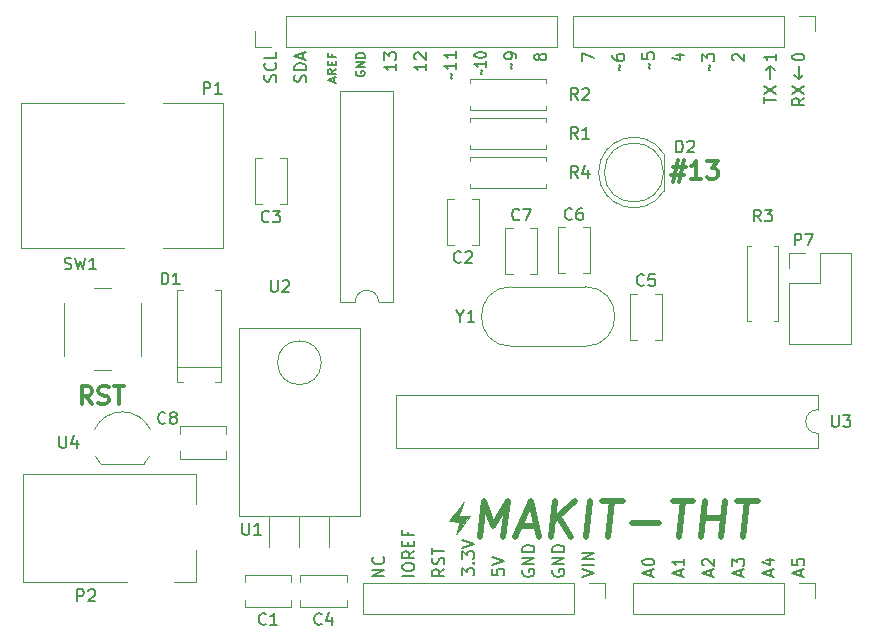
<source format=gto>
G04 #@! TF.FileFunction,Legend,Top*
%FSLAX46Y46*%
G04 Gerber Fmt 4.6, Leading zero omitted, Abs format (unit mm)*
G04 Created by KiCad (PCBNEW 4.0.5+dfsg1-4) date Mon Jul 16 10:11:37 2018*
%MOMM*%
%LPD*%
G01*
G04 APERTURE LIST*
%ADD10C,0.100000*%
%ADD11C,0.150000*%
%ADD12C,0.200000*%
%ADD13C,0.300000*%
%ADD14C,0.500000*%
%ADD15C,0.120000*%
%ADD16C,0.010000*%
G04 APERTURE END LIST*
D10*
D11*
X168219381Y-30829285D02*
X168219381Y-31400714D01*
X168219381Y-31115000D02*
X167219381Y-31115000D01*
X167362238Y-31210238D01*
X167457476Y-31305476D01*
X167505095Y-31400714D01*
X169632381Y-31162619D02*
X169632381Y-31067380D01*
X169680000Y-30972142D01*
X169727619Y-30924523D01*
X169822857Y-30876904D01*
X170013333Y-30829285D01*
X170251429Y-30829285D01*
X170441905Y-30876904D01*
X170537143Y-30924523D01*
X170584762Y-30972142D01*
X170632381Y-31067380D01*
X170632381Y-31162619D01*
X170584762Y-31257857D01*
X170537143Y-31305476D01*
X170441905Y-31353095D01*
X170251429Y-31400714D01*
X170013333Y-31400714D01*
X169822857Y-31353095D01*
X169727619Y-31305476D01*
X169680000Y-31257857D01*
X169632381Y-31162619D01*
D12*
X170180000Y-33020000D02*
X169798999Y-32639000D01*
X170180000Y-33020000D02*
X170561000Y-32639000D01*
X170180000Y-31877001D02*
X170180000Y-33020000D01*
X167767000Y-31877000D02*
X168148000Y-32258000D01*
X167767000Y-31877000D02*
X167386000Y-32258000D01*
X167767000Y-33020000D02*
X167767000Y-31877000D01*
D11*
X170632381Y-34583666D02*
X170156190Y-34917000D01*
X170632381Y-35155095D02*
X169632381Y-35155095D01*
X169632381Y-34774142D01*
X169680000Y-34678904D01*
X169727619Y-34631285D01*
X169822857Y-34583666D01*
X169965714Y-34583666D01*
X170060952Y-34631285D01*
X170108571Y-34678904D01*
X170156190Y-34774142D01*
X170156190Y-35155095D01*
X169632381Y-34250333D02*
X170632381Y-33583666D01*
X169632381Y-33583666D02*
X170632381Y-34250333D01*
X167219381Y-35051905D02*
X167219381Y-34480476D01*
X168219381Y-34766191D02*
X167219381Y-34766191D01*
X167219381Y-34242381D02*
X168219381Y-33575714D01*
X167219381Y-33575714D02*
X168219381Y-34242381D01*
X164647619Y-31400714D02*
X164600000Y-31353095D01*
X164552381Y-31257857D01*
X164552381Y-31019761D01*
X164600000Y-30924523D01*
X164647619Y-30876904D01*
X164742857Y-30829285D01*
X164838095Y-30829285D01*
X164980952Y-30876904D01*
X165552381Y-31448333D01*
X165552381Y-30829285D01*
X162631429Y-32234095D02*
X162583810Y-32186476D01*
X162536190Y-32091238D01*
X162631429Y-31900762D01*
X162583810Y-31805523D01*
X162536190Y-31757904D01*
X162012381Y-31472190D02*
X162012381Y-30853142D01*
X162393333Y-31186476D01*
X162393333Y-31043618D01*
X162440952Y-30948380D01*
X162488571Y-30900761D01*
X162583810Y-30853142D01*
X162821905Y-30853142D01*
X162917143Y-30900761D01*
X162964762Y-30948380D01*
X163012381Y-31043618D01*
X163012381Y-31329333D01*
X162964762Y-31424571D01*
X162917143Y-31472190D01*
X159805714Y-30924523D02*
X160472381Y-30924523D01*
X159424762Y-31162619D02*
X160139048Y-31400714D01*
X160139048Y-30781666D01*
X157551429Y-32107095D02*
X157503810Y-32059476D01*
X157456190Y-31964238D01*
X157551429Y-31773762D01*
X157503810Y-31678523D01*
X157456190Y-31630904D01*
X156932381Y-30773761D02*
X156932381Y-31249952D01*
X157408571Y-31297571D01*
X157360952Y-31249952D01*
X157313333Y-31154714D01*
X157313333Y-30916618D01*
X157360952Y-30821380D01*
X157408571Y-30773761D01*
X157503810Y-30726142D01*
X157741905Y-30726142D01*
X157837143Y-30773761D01*
X157884762Y-30821380D01*
X157932381Y-30916618D01*
X157932381Y-31154714D01*
X157884762Y-31249952D01*
X157837143Y-31297571D01*
X155011429Y-32234095D02*
X154963810Y-32186476D01*
X154916190Y-32091238D01*
X155011429Y-31900762D01*
X154963810Y-31805523D01*
X154916190Y-31757904D01*
X154392381Y-30948380D02*
X154392381Y-31138857D01*
X154440000Y-31234095D01*
X154487619Y-31281714D01*
X154630476Y-31376952D01*
X154820952Y-31424571D01*
X155201905Y-31424571D01*
X155297143Y-31376952D01*
X155344762Y-31329333D01*
X155392381Y-31234095D01*
X155392381Y-31043618D01*
X155344762Y-30948380D01*
X155297143Y-30900761D01*
X155201905Y-30853142D01*
X154963810Y-30853142D01*
X154868571Y-30900761D01*
X154820952Y-30948380D01*
X154773333Y-31043618D01*
X154773333Y-31234095D01*
X154820952Y-31329333D01*
X154868571Y-31376952D01*
X154963810Y-31424571D01*
X151852381Y-31448333D02*
X151852381Y-30781666D01*
X152852381Y-31210238D01*
X148216952Y-31210238D02*
X148169333Y-31305476D01*
X148121714Y-31353095D01*
X148026476Y-31400714D01*
X147978857Y-31400714D01*
X147883619Y-31353095D01*
X147836000Y-31305476D01*
X147788381Y-31210238D01*
X147788381Y-31019761D01*
X147836000Y-30924523D01*
X147883619Y-30876904D01*
X147978857Y-30829285D01*
X148026476Y-30829285D01*
X148121714Y-30876904D01*
X148169333Y-30924523D01*
X148216952Y-31019761D01*
X148216952Y-31210238D01*
X148264571Y-31305476D01*
X148312190Y-31353095D01*
X148407429Y-31400714D01*
X148597905Y-31400714D01*
X148693143Y-31353095D01*
X148740762Y-31305476D01*
X148788381Y-31210238D01*
X148788381Y-31019761D01*
X148740762Y-30924523D01*
X148693143Y-30876904D01*
X148597905Y-30829285D01*
X148407429Y-30829285D01*
X148312190Y-30876904D01*
X148264571Y-30924523D01*
X148216952Y-31019761D01*
X145867429Y-32107095D02*
X145819810Y-32059476D01*
X145772190Y-31964238D01*
X145867429Y-31773762D01*
X145819810Y-31678523D01*
X145772190Y-31630904D01*
X146248381Y-31202333D02*
X146248381Y-31011857D01*
X146200762Y-30916618D01*
X146153143Y-30868999D01*
X146010286Y-30773761D01*
X145819810Y-30726142D01*
X145438857Y-30726142D01*
X145343619Y-30773761D01*
X145296000Y-30821380D01*
X145248381Y-30916618D01*
X145248381Y-31107095D01*
X145296000Y-31202333D01*
X145343619Y-31249952D01*
X145438857Y-31297571D01*
X145676952Y-31297571D01*
X145772190Y-31249952D01*
X145819810Y-31202333D01*
X145867429Y-31107095D01*
X145867429Y-30916618D01*
X145819810Y-30821380D01*
X145772190Y-30773761D01*
X145676952Y-30726142D01*
X143327429Y-32594429D02*
X143279810Y-32556333D01*
X143232190Y-32480143D01*
X143327429Y-32327762D01*
X143279810Y-32251571D01*
X143232190Y-32213476D01*
X143708381Y-31489666D02*
X143708381Y-31946809D01*
X143708381Y-31718238D02*
X142708381Y-31718238D01*
X142851238Y-31794428D01*
X142946476Y-31870619D01*
X142994095Y-31946809D01*
X142708381Y-30994428D02*
X142708381Y-30918237D01*
X142756000Y-30842047D01*
X142803619Y-30803952D01*
X142898857Y-30765856D01*
X143089333Y-30727761D01*
X143327429Y-30727761D01*
X143517905Y-30765856D01*
X143613143Y-30803952D01*
X143660762Y-30842047D01*
X143708381Y-30918237D01*
X143708381Y-30994428D01*
X143660762Y-31070618D01*
X143613143Y-31108714D01*
X143517905Y-31146809D01*
X143327429Y-31184904D01*
X143089333Y-31184904D01*
X142898857Y-31146809D01*
X142803619Y-31108714D01*
X142756000Y-31070618D01*
X142708381Y-30994428D01*
X140787429Y-32964286D02*
X140739810Y-32916667D01*
X140692190Y-32821429D01*
X140787429Y-32630953D01*
X140739810Y-32535714D01*
X140692190Y-32488095D01*
X141168381Y-31583333D02*
X141168381Y-32154762D01*
X141168381Y-31869048D02*
X140168381Y-31869048D01*
X140311238Y-31964286D01*
X140406476Y-32059524D01*
X140454095Y-32154762D01*
X141168381Y-30630952D02*
X141168381Y-31202381D01*
X141168381Y-30916667D02*
X140168381Y-30916667D01*
X140311238Y-31011905D01*
X140406476Y-31107143D01*
X140454095Y-31202381D01*
X138628381Y-31686476D02*
X138628381Y-32257905D01*
X138628381Y-31972191D02*
X137628381Y-31972191D01*
X137771238Y-32067429D01*
X137866476Y-32162667D01*
X137914095Y-32257905D01*
X137723619Y-31305524D02*
X137676000Y-31257905D01*
X137628381Y-31162667D01*
X137628381Y-30924571D01*
X137676000Y-30829333D01*
X137723619Y-30781714D01*
X137818857Y-30734095D01*
X137914095Y-30734095D01*
X138056952Y-30781714D01*
X138628381Y-31353143D01*
X138628381Y-30734095D01*
X136088381Y-31686476D02*
X136088381Y-32257905D01*
X136088381Y-31972191D02*
X135088381Y-31972191D01*
X135231238Y-32067429D01*
X135326476Y-32162667D01*
X135374095Y-32257905D01*
X135088381Y-31353143D02*
X135088381Y-30734095D01*
X135469333Y-31067429D01*
X135469333Y-30924571D01*
X135516952Y-30829333D01*
X135564571Y-30781714D01*
X135659810Y-30734095D01*
X135897905Y-30734095D01*
X135993143Y-30781714D01*
X136040762Y-30829333D01*
X136088381Y-30924571D01*
X136088381Y-31210286D01*
X136040762Y-31305524D01*
X135993143Y-31353143D01*
X132721000Y-32321428D02*
X132685286Y-32392857D01*
X132685286Y-32500000D01*
X132721000Y-32607143D01*
X132792429Y-32678571D01*
X132863857Y-32714286D01*
X133006714Y-32750000D01*
X133113857Y-32750000D01*
X133256714Y-32714286D01*
X133328143Y-32678571D01*
X133399571Y-32607143D01*
X133435286Y-32500000D01*
X133435286Y-32428571D01*
X133399571Y-32321428D01*
X133363857Y-32285714D01*
X133113857Y-32285714D01*
X133113857Y-32428571D01*
X133435286Y-31964286D02*
X132685286Y-31964286D01*
X133435286Y-31535714D01*
X132685286Y-31535714D01*
X133435286Y-31178572D02*
X132685286Y-31178572D01*
X132685286Y-31000000D01*
X132721000Y-30892857D01*
X132792429Y-30821429D01*
X132863857Y-30785714D01*
X133006714Y-30750000D01*
X133113857Y-30750000D01*
X133256714Y-30785714D01*
X133328143Y-30821429D01*
X133399571Y-30892857D01*
X133435286Y-31000000D01*
X133435286Y-31178572D01*
X130808000Y-33250000D02*
X130808000Y-32892857D01*
X131022286Y-33321428D02*
X130272286Y-33071428D01*
X131022286Y-32821428D01*
X131022286Y-32142857D02*
X130665143Y-32392857D01*
X131022286Y-32571429D02*
X130272286Y-32571429D01*
X130272286Y-32285714D01*
X130308000Y-32214286D01*
X130343714Y-32178571D01*
X130415143Y-32142857D01*
X130522286Y-32142857D01*
X130593714Y-32178571D01*
X130629429Y-32214286D01*
X130665143Y-32285714D01*
X130665143Y-32571429D01*
X130629429Y-31821429D02*
X130629429Y-31571429D01*
X131022286Y-31464286D02*
X131022286Y-31821429D01*
X130272286Y-31821429D01*
X130272286Y-31464286D01*
X130629429Y-30892858D02*
X130629429Y-31142858D01*
X131022286Y-31142858D02*
X130272286Y-31142858D01*
X130272286Y-30785715D01*
X125880762Y-33194476D02*
X125928381Y-33051619D01*
X125928381Y-32813523D01*
X125880762Y-32718285D01*
X125833143Y-32670666D01*
X125737905Y-32623047D01*
X125642667Y-32623047D01*
X125547429Y-32670666D01*
X125499810Y-32718285D01*
X125452190Y-32813523D01*
X125404571Y-33004000D01*
X125356952Y-33099238D01*
X125309333Y-33146857D01*
X125214095Y-33194476D01*
X125118857Y-33194476D01*
X125023619Y-33146857D01*
X124976000Y-33099238D01*
X124928381Y-33004000D01*
X124928381Y-32765904D01*
X124976000Y-32623047D01*
X125833143Y-31623047D02*
X125880762Y-31670666D01*
X125928381Y-31813523D01*
X125928381Y-31908761D01*
X125880762Y-32051619D01*
X125785524Y-32146857D01*
X125690286Y-32194476D01*
X125499810Y-32242095D01*
X125356952Y-32242095D01*
X125166476Y-32194476D01*
X125071238Y-32146857D01*
X124976000Y-32051619D01*
X124928381Y-31908761D01*
X124928381Y-31813523D01*
X124976000Y-31670666D01*
X125023619Y-31623047D01*
X125928381Y-30718285D02*
X125928381Y-31194476D01*
X124928381Y-31194476D01*
X128420762Y-33218286D02*
X128468381Y-33075429D01*
X128468381Y-32837333D01*
X128420762Y-32742095D01*
X128373143Y-32694476D01*
X128277905Y-32646857D01*
X128182667Y-32646857D01*
X128087429Y-32694476D01*
X128039810Y-32742095D01*
X127992190Y-32837333D01*
X127944571Y-33027810D01*
X127896952Y-33123048D01*
X127849333Y-33170667D01*
X127754095Y-33218286D01*
X127658857Y-33218286D01*
X127563619Y-33170667D01*
X127516000Y-33123048D01*
X127468381Y-33027810D01*
X127468381Y-32789714D01*
X127516000Y-32646857D01*
X128468381Y-32218286D02*
X127468381Y-32218286D01*
X127468381Y-31980191D01*
X127516000Y-31837333D01*
X127611238Y-31742095D01*
X127706476Y-31694476D01*
X127896952Y-31646857D01*
X128039810Y-31646857D01*
X128230286Y-31694476D01*
X128325524Y-31742095D01*
X128420762Y-31837333D01*
X128468381Y-31980191D01*
X128468381Y-32218286D01*
X128182667Y-31265905D02*
X128182667Y-30789714D01*
X128468381Y-31361143D02*
X127468381Y-31027810D01*
X128468381Y-30694476D01*
X170346667Y-75009286D02*
X170346667Y-74533095D01*
X170632381Y-75104524D02*
X169632381Y-74771191D01*
X170632381Y-74437857D01*
X169632381Y-73628333D02*
X169632381Y-74104524D01*
X170108571Y-74152143D01*
X170060952Y-74104524D01*
X170013333Y-74009286D01*
X170013333Y-73771190D01*
X170060952Y-73675952D01*
X170108571Y-73628333D01*
X170203810Y-73580714D01*
X170441905Y-73580714D01*
X170537143Y-73628333D01*
X170584762Y-73675952D01*
X170632381Y-73771190D01*
X170632381Y-74009286D01*
X170584762Y-74104524D01*
X170537143Y-74152143D01*
X167806667Y-75009286D02*
X167806667Y-74533095D01*
X168092381Y-75104524D02*
X167092381Y-74771191D01*
X168092381Y-74437857D01*
X167425714Y-73675952D02*
X168092381Y-73675952D01*
X167044762Y-73914048D02*
X167759048Y-74152143D01*
X167759048Y-73533095D01*
X165266667Y-75009286D02*
X165266667Y-74533095D01*
X165552381Y-75104524D02*
X164552381Y-74771191D01*
X165552381Y-74437857D01*
X164552381Y-74199762D02*
X164552381Y-73580714D01*
X164933333Y-73914048D01*
X164933333Y-73771190D01*
X164980952Y-73675952D01*
X165028571Y-73628333D01*
X165123810Y-73580714D01*
X165361905Y-73580714D01*
X165457143Y-73628333D01*
X165504762Y-73675952D01*
X165552381Y-73771190D01*
X165552381Y-74056905D01*
X165504762Y-74152143D01*
X165457143Y-74199762D01*
X162726667Y-75009286D02*
X162726667Y-74533095D01*
X163012381Y-75104524D02*
X162012381Y-74771191D01*
X163012381Y-74437857D01*
X162107619Y-74152143D02*
X162060000Y-74104524D01*
X162012381Y-74009286D01*
X162012381Y-73771190D01*
X162060000Y-73675952D01*
X162107619Y-73628333D01*
X162202857Y-73580714D01*
X162298095Y-73580714D01*
X162440952Y-73628333D01*
X163012381Y-74199762D01*
X163012381Y-73580714D01*
X160186667Y-75009286D02*
X160186667Y-74533095D01*
X160472381Y-75104524D02*
X159472381Y-74771191D01*
X160472381Y-74437857D01*
X160472381Y-73580714D02*
X160472381Y-74152143D01*
X160472381Y-73866429D02*
X159472381Y-73866429D01*
X159615238Y-73961667D01*
X159710476Y-74056905D01*
X159758095Y-74152143D01*
X157646667Y-75009286D02*
X157646667Y-74533095D01*
X157932381Y-75104524D02*
X156932381Y-74771191D01*
X157932381Y-74437857D01*
X156932381Y-73914048D02*
X156932381Y-73818809D01*
X156980000Y-73723571D01*
X157027619Y-73675952D01*
X157122857Y-73628333D01*
X157313333Y-73580714D01*
X157551429Y-73580714D01*
X157741905Y-73628333D01*
X157837143Y-73675952D01*
X157884762Y-73723571D01*
X157932381Y-73818809D01*
X157932381Y-73914048D01*
X157884762Y-74009286D01*
X157837143Y-74056905D01*
X157741905Y-74104524D01*
X157551429Y-74152143D01*
X157313333Y-74152143D01*
X157122857Y-74104524D01*
X157027619Y-74056905D01*
X156980000Y-74009286D01*
X156932381Y-73914048D01*
X151852381Y-75136238D02*
X152852381Y-74802905D01*
X151852381Y-74469571D01*
X152852381Y-74136238D02*
X151852381Y-74136238D01*
X152852381Y-73660048D02*
X151852381Y-73660048D01*
X152852381Y-73088619D01*
X151852381Y-73088619D01*
X149360000Y-74548904D02*
X149312381Y-74644142D01*
X149312381Y-74786999D01*
X149360000Y-74929857D01*
X149455238Y-75025095D01*
X149550476Y-75072714D01*
X149740952Y-75120333D01*
X149883810Y-75120333D01*
X150074286Y-75072714D01*
X150169524Y-75025095D01*
X150264762Y-74929857D01*
X150312381Y-74786999D01*
X150312381Y-74691761D01*
X150264762Y-74548904D01*
X150217143Y-74501285D01*
X149883810Y-74501285D01*
X149883810Y-74691761D01*
X150312381Y-74072714D02*
X149312381Y-74072714D01*
X150312381Y-73501285D01*
X149312381Y-73501285D01*
X150312381Y-73025095D02*
X149312381Y-73025095D01*
X149312381Y-72787000D01*
X149360000Y-72644142D01*
X149455238Y-72548904D01*
X149550476Y-72501285D01*
X149740952Y-72453666D01*
X149883810Y-72453666D01*
X150074286Y-72501285D01*
X150169524Y-72548904D01*
X150264762Y-72644142D01*
X150312381Y-72787000D01*
X150312381Y-73025095D01*
X146820000Y-74548904D02*
X146772381Y-74644142D01*
X146772381Y-74786999D01*
X146820000Y-74929857D01*
X146915238Y-75025095D01*
X147010476Y-75072714D01*
X147200952Y-75120333D01*
X147343810Y-75120333D01*
X147534286Y-75072714D01*
X147629524Y-75025095D01*
X147724762Y-74929857D01*
X147772381Y-74786999D01*
X147772381Y-74691761D01*
X147724762Y-74548904D01*
X147677143Y-74501285D01*
X147343810Y-74501285D01*
X147343810Y-74691761D01*
X147772381Y-74072714D02*
X146772381Y-74072714D01*
X147772381Y-73501285D01*
X146772381Y-73501285D01*
X147772381Y-73025095D02*
X146772381Y-73025095D01*
X146772381Y-72787000D01*
X146820000Y-72644142D01*
X146915238Y-72548904D01*
X147010476Y-72501285D01*
X147200952Y-72453666D01*
X147343810Y-72453666D01*
X147534286Y-72501285D01*
X147629524Y-72548904D01*
X147724762Y-72644142D01*
X147772381Y-72787000D01*
X147772381Y-73025095D01*
X144232381Y-74485476D02*
X144232381Y-74961667D01*
X144708571Y-75009286D01*
X144660952Y-74961667D01*
X144613333Y-74866429D01*
X144613333Y-74628333D01*
X144660952Y-74533095D01*
X144708571Y-74485476D01*
X144803810Y-74437857D01*
X145041905Y-74437857D01*
X145137143Y-74485476D01*
X145184762Y-74533095D01*
X145232381Y-74628333D01*
X145232381Y-74866429D01*
X145184762Y-74961667D01*
X145137143Y-75009286D01*
X144232381Y-74152143D02*
X145232381Y-73818810D01*
X144232381Y-73485476D01*
X141692381Y-75009190D02*
X141692381Y-74390142D01*
X142073333Y-74723476D01*
X142073333Y-74580618D01*
X142120952Y-74485380D01*
X142168571Y-74437761D01*
X142263810Y-74390142D01*
X142501905Y-74390142D01*
X142597143Y-74437761D01*
X142644762Y-74485380D01*
X142692381Y-74580618D01*
X142692381Y-74866333D01*
X142644762Y-74961571D01*
X142597143Y-75009190D01*
X142597143Y-73961571D02*
X142644762Y-73913952D01*
X142692381Y-73961571D01*
X142644762Y-74009190D01*
X142597143Y-73961571D01*
X142692381Y-73961571D01*
X141692381Y-73580619D02*
X141692381Y-72961571D01*
X142073333Y-73294905D01*
X142073333Y-73152047D01*
X142120952Y-73056809D01*
X142168571Y-73009190D01*
X142263810Y-72961571D01*
X142501905Y-72961571D01*
X142597143Y-73009190D01*
X142644762Y-73056809D01*
X142692381Y-73152047D01*
X142692381Y-73437762D01*
X142644762Y-73533000D01*
X142597143Y-73580619D01*
X141692381Y-72675857D02*
X142692381Y-72342524D01*
X141692381Y-72009190D01*
X140152381Y-74461619D02*
X139676190Y-74794953D01*
X140152381Y-75033048D02*
X139152381Y-75033048D01*
X139152381Y-74652095D01*
X139200000Y-74556857D01*
X139247619Y-74509238D01*
X139342857Y-74461619D01*
X139485714Y-74461619D01*
X139580952Y-74509238D01*
X139628571Y-74556857D01*
X139676190Y-74652095D01*
X139676190Y-75033048D01*
X140104762Y-74080667D02*
X140152381Y-73937810D01*
X140152381Y-73699714D01*
X140104762Y-73604476D01*
X140057143Y-73556857D01*
X139961905Y-73509238D01*
X139866667Y-73509238D01*
X139771429Y-73556857D01*
X139723810Y-73604476D01*
X139676190Y-73699714D01*
X139628571Y-73890191D01*
X139580952Y-73985429D01*
X139533333Y-74033048D01*
X139438095Y-74080667D01*
X139342857Y-74080667D01*
X139247619Y-74033048D01*
X139200000Y-73985429D01*
X139152381Y-73890191D01*
X139152381Y-73652095D01*
X139200000Y-73509238D01*
X139152381Y-73223524D02*
X139152381Y-72652095D01*
X140152381Y-72937810D02*
X139152381Y-72937810D01*
X137612381Y-75056762D02*
X136612381Y-75056762D01*
X136612381Y-74390096D02*
X136612381Y-74199619D01*
X136660000Y-74104381D01*
X136755238Y-74009143D01*
X136945714Y-73961524D01*
X137279048Y-73961524D01*
X137469524Y-74009143D01*
X137564762Y-74104381D01*
X137612381Y-74199619D01*
X137612381Y-74390096D01*
X137564762Y-74485334D01*
X137469524Y-74580572D01*
X137279048Y-74628191D01*
X136945714Y-74628191D01*
X136755238Y-74580572D01*
X136660000Y-74485334D01*
X136612381Y-74390096D01*
X137612381Y-72961524D02*
X137136190Y-73294858D01*
X137612381Y-73532953D02*
X136612381Y-73532953D01*
X136612381Y-73152000D01*
X136660000Y-73056762D01*
X136707619Y-73009143D01*
X136802857Y-72961524D01*
X136945714Y-72961524D01*
X137040952Y-73009143D01*
X137088571Y-73056762D01*
X137136190Y-73152000D01*
X137136190Y-73532953D01*
X137088571Y-72532953D02*
X137088571Y-72199619D01*
X137612381Y-72056762D02*
X137612381Y-72532953D01*
X136612381Y-72532953D01*
X136612381Y-72056762D01*
X137088571Y-71294857D02*
X137088571Y-71628191D01*
X137612381Y-71628191D02*
X136612381Y-71628191D01*
X136612381Y-71152000D01*
X135072381Y-75080714D02*
X134072381Y-75080714D01*
X135072381Y-74509285D01*
X134072381Y-74509285D01*
X134977143Y-73461666D02*
X135024762Y-73509285D01*
X135072381Y-73652142D01*
X135072381Y-73747380D01*
X135024762Y-73890238D01*
X134929524Y-73985476D01*
X134834286Y-74033095D01*
X134643810Y-74080714D01*
X134500952Y-74080714D01*
X134310476Y-74033095D01*
X134215238Y-73985476D01*
X134120000Y-73890238D01*
X134072381Y-73747380D01*
X134072381Y-73652142D01*
X134120000Y-73509285D01*
X134167619Y-73461666D01*
D13*
X110303572Y-60495571D02*
X109803572Y-59781286D01*
X109446429Y-60495571D02*
X109446429Y-58995571D01*
X110017857Y-58995571D01*
X110160715Y-59067000D01*
X110232143Y-59138429D01*
X110303572Y-59281286D01*
X110303572Y-59495571D01*
X110232143Y-59638429D01*
X110160715Y-59709857D01*
X110017857Y-59781286D01*
X109446429Y-59781286D01*
X110875000Y-60424143D02*
X111089286Y-60495571D01*
X111446429Y-60495571D01*
X111589286Y-60424143D01*
X111660715Y-60352714D01*
X111732143Y-60209857D01*
X111732143Y-60067000D01*
X111660715Y-59924143D01*
X111589286Y-59852714D01*
X111446429Y-59781286D01*
X111160715Y-59709857D01*
X111017857Y-59638429D01*
X110946429Y-59567000D01*
X110875000Y-59424143D01*
X110875000Y-59281286D01*
X110946429Y-59138429D01*
X111017857Y-59067000D01*
X111160715Y-58995571D01*
X111517857Y-58995571D01*
X111732143Y-59067000D01*
X112160714Y-58995571D02*
X113017857Y-58995571D01*
X112589286Y-60495571D02*
X112589286Y-58995571D01*
D14*
X143159215Y-71715143D02*
X143534215Y-68715143D01*
X144266358Y-70858000D01*
X145534215Y-68715143D01*
X145159215Y-71715143D01*
X146552072Y-70858000D02*
X147980643Y-70858000D01*
X146159214Y-71715143D02*
X147534214Y-68715143D01*
X148159214Y-71715143D01*
X149159215Y-71715143D02*
X149534215Y-68715143D01*
X150873500Y-71715143D02*
X149802072Y-70000857D01*
X151248500Y-68715143D02*
X149319929Y-70429429D01*
X152159215Y-71715143D02*
X152534215Y-68715143D01*
X153534214Y-68715143D02*
X155248500Y-68715143D01*
X154016357Y-71715143D02*
X154391357Y-68715143D01*
X156016357Y-70572286D02*
X158302071Y-70572286D01*
X159534214Y-68715143D02*
X161248500Y-68715143D01*
X160016357Y-71715143D02*
X160391357Y-68715143D01*
X161873500Y-71715143D02*
X162248500Y-68715143D01*
X162069929Y-70143714D02*
X163784214Y-70143714D01*
X163587785Y-71715143D02*
X163962785Y-68715143D01*
X164962785Y-68715143D02*
X166677071Y-68715143D01*
X165444928Y-71715143D02*
X165819928Y-68715143D01*
D13*
X159524143Y-40445571D02*
X160595572Y-40445571D01*
X159952715Y-39802714D02*
X159524143Y-41731286D01*
X160452715Y-41088429D02*
X159381286Y-41088429D01*
X160024143Y-41731286D02*
X160452715Y-39802714D01*
X161881286Y-41445571D02*
X161024143Y-41445571D01*
X161452715Y-41445571D02*
X161452715Y-39945571D01*
X161309858Y-40159857D01*
X161167000Y-40302714D01*
X161024143Y-40374143D01*
X162381286Y-39945571D02*
X163309857Y-39945571D01*
X162809857Y-40517000D01*
X163024143Y-40517000D01*
X163167000Y-40588429D01*
X163238429Y-40659857D01*
X163309857Y-40802714D01*
X163309857Y-41159857D01*
X163238429Y-41302714D01*
X163167000Y-41374143D01*
X163024143Y-41445571D01*
X162595571Y-41445571D01*
X162452714Y-41374143D01*
X162381286Y-41302714D01*
D15*
X171764000Y-62976000D02*
G75*
G02X171764000Y-60976000I0J1000000D01*
G01*
X171764000Y-60976000D02*
X171764000Y-59726000D01*
X171764000Y-59726000D02*
X136084000Y-59726000D01*
X136084000Y-59726000D02*
X136084000Y-64226000D01*
X136084000Y-64226000D02*
X171764000Y-64226000D01*
X171764000Y-64226000D02*
X171764000Y-62976000D01*
X155866000Y-55066000D02*
X155866000Y-51146000D01*
X158586000Y-55066000D02*
X158586000Y-51146000D01*
X155866000Y-55066000D02*
X156476000Y-55066000D01*
X157976000Y-55066000D02*
X158586000Y-55066000D01*
X155866000Y-51146000D02*
X156476000Y-51146000D01*
X157976000Y-51146000D02*
X158586000Y-51146000D01*
X127162000Y-77687000D02*
X123242000Y-77687000D01*
X127162000Y-74967000D02*
X123242000Y-74967000D01*
X127162000Y-77687000D02*
X127162000Y-77077000D01*
X127162000Y-75577000D02*
X127162000Y-74967000D01*
X123242000Y-77687000D02*
X123242000Y-77077000D01*
X123242000Y-75577000D02*
X123242000Y-74967000D01*
X140372000Y-47025000D02*
X140372000Y-43105000D01*
X143092000Y-47025000D02*
X143092000Y-43105000D01*
X140372000Y-47025000D02*
X140982000Y-47025000D01*
X142482000Y-47025000D02*
X143092000Y-47025000D01*
X140372000Y-43105000D02*
X140982000Y-43105000D01*
X142482000Y-43105000D02*
X143092000Y-43105000D01*
X124116000Y-43596000D02*
X124116000Y-39676000D01*
X126836000Y-43596000D02*
X126836000Y-39676000D01*
X124116000Y-43596000D02*
X124726000Y-43596000D01*
X126226000Y-43596000D02*
X126836000Y-43596000D01*
X124116000Y-39676000D02*
X124726000Y-39676000D01*
X126226000Y-39676000D02*
X126836000Y-39676000D01*
X127981000Y-74967000D02*
X131901000Y-74967000D01*
X127981000Y-77687000D02*
X131901000Y-77687000D01*
X127981000Y-74967000D02*
X127981000Y-75577000D01*
X127981000Y-77077000D02*
X127981000Y-77687000D01*
X131901000Y-74967000D02*
X131901000Y-75577000D01*
X131901000Y-77077000D02*
X131901000Y-77687000D01*
X152490000Y-45518000D02*
X152490000Y-49438000D01*
X149770000Y-45518000D02*
X149770000Y-49438000D01*
X152490000Y-45518000D02*
X151880000Y-45518000D01*
X150380000Y-45518000D02*
X149770000Y-45518000D01*
X152490000Y-49438000D02*
X151880000Y-49438000D01*
X150380000Y-49438000D02*
X149770000Y-49438000D01*
X148045000Y-45572000D02*
X148045000Y-49492000D01*
X145325000Y-45572000D02*
X145325000Y-49492000D01*
X148045000Y-45572000D02*
X147435000Y-45572000D01*
X145935000Y-45572000D02*
X145325000Y-45572000D01*
X148045000Y-49492000D02*
X147435000Y-49492000D01*
X145935000Y-49492000D02*
X145325000Y-49492000D01*
X112998000Y-35048000D02*
X104358000Y-35048000D01*
X121378000Y-35048000D02*
X116298000Y-35048000D01*
X112998000Y-47248000D02*
X104358000Y-47248000D01*
X121378000Y-47248000D02*
X116298000Y-47248000D01*
X104358000Y-47248000D02*
X104358000Y-35048000D01*
X121378000Y-35048000D02*
X121378000Y-47248000D01*
X113268000Y-75593000D02*
X104468000Y-75593000D01*
X104468000Y-75593000D02*
X104468000Y-66393000D01*
X119168000Y-72893000D02*
X119168000Y-75593000D01*
X119168000Y-75593000D02*
X117268000Y-75593000D01*
X104468000Y-66393000D02*
X119168000Y-66393000D01*
X119168000Y-66393000D02*
X119168000Y-68993000D01*
X156150000Y-75632000D02*
X156150000Y-78292000D01*
X168910000Y-75632000D02*
X156150000Y-75632000D01*
X168910000Y-78292000D02*
X156150000Y-78292000D01*
X168910000Y-75632000D02*
X168910000Y-78292000D01*
X170180000Y-75632000D02*
X171510000Y-75632000D01*
X171510000Y-75632000D02*
X171510000Y-76962000D01*
X151070000Y-27626000D02*
X151070000Y-30286000D01*
X168910000Y-27626000D02*
X151070000Y-27626000D01*
X168910000Y-30286000D02*
X151070000Y-30286000D01*
X168910000Y-27626000D02*
X168910000Y-30286000D01*
X170180000Y-27626000D02*
X171510000Y-27626000D01*
X171510000Y-27626000D02*
X171510000Y-28956000D01*
X148752000Y-38572000D02*
X148752000Y-38902000D01*
X148752000Y-38902000D02*
X142332000Y-38902000D01*
X142332000Y-38902000D02*
X142332000Y-38572000D01*
X148752000Y-36612000D02*
X148752000Y-36282000D01*
X148752000Y-36282000D02*
X142332000Y-36282000D01*
X142332000Y-36282000D02*
X142332000Y-36612000D01*
X148752000Y-35270000D02*
X148752000Y-35600000D01*
X148752000Y-35600000D02*
X142332000Y-35600000D01*
X142332000Y-35600000D02*
X142332000Y-35270000D01*
X148752000Y-33310000D02*
X148752000Y-32980000D01*
X148752000Y-32980000D02*
X142332000Y-32980000D01*
X142332000Y-32980000D02*
X142332000Y-33310000D01*
X168112000Y-47082000D02*
X168442000Y-47082000D01*
X168442000Y-47082000D02*
X168442000Y-53502000D01*
X168442000Y-53502000D02*
X168112000Y-53502000D01*
X166152000Y-47082000D02*
X165822000Y-47082000D01*
X165822000Y-47082000D02*
X165822000Y-53502000D01*
X165822000Y-53502000D02*
X166152000Y-53502000D01*
X114466000Y-56404000D02*
X114466000Y-51904000D01*
X110466000Y-57654000D02*
X111966000Y-57654000D01*
X107966000Y-51904000D02*
X107966000Y-56404000D01*
X111966000Y-50654000D02*
X110466000Y-50654000D01*
X132604000Y-51876000D02*
G75*
G02X134604000Y-51876000I1000000J0D01*
G01*
X134604000Y-51876000D02*
X135854000Y-51876000D01*
X135854000Y-51876000D02*
X135854000Y-33976000D01*
X135854000Y-33976000D02*
X131354000Y-33976000D01*
X131354000Y-33976000D02*
X131354000Y-51876000D01*
X131354000Y-51876000D02*
X132604000Y-51876000D01*
X152069000Y-55611000D02*
X145819000Y-55611000D01*
X152069000Y-50561000D02*
X145819000Y-50561000D01*
X152069000Y-50561000D02*
G75*
G02X152069000Y-55611000I0J-2525000D01*
G01*
X145819000Y-50561000D02*
G75*
G03X145819000Y-55611000I0J-2525000D01*
G01*
X153220000Y-40893538D02*
G75*
G03X158770000Y-42438830I2990000J-462D01*
G01*
X153220000Y-40894462D02*
G75*
G02X158770000Y-39349170I2990000J462D01*
G01*
X158710000Y-40894000D02*
G75*
G03X158710000Y-40894000I-2500000J0D01*
G01*
X158770000Y-42439000D02*
X158770000Y-39349000D01*
X142332000Y-39914000D02*
X142332000Y-39584000D01*
X142332000Y-39584000D02*
X148752000Y-39584000D01*
X148752000Y-39584000D02*
X148752000Y-39914000D01*
X142332000Y-41874000D02*
X142332000Y-42204000D01*
X142332000Y-42204000D02*
X148752000Y-42204000D01*
X148752000Y-42204000D02*
X148752000Y-41874000D01*
X133290000Y-75632000D02*
X133290000Y-78292000D01*
X151130000Y-75632000D02*
X133290000Y-75632000D01*
X151130000Y-78292000D02*
X133290000Y-78292000D01*
X151130000Y-75632000D02*
X151130000Y-78292000D01*
X152400000Y-75632000D02*
X153730000Y-75632000D01*
X153730000Y-75632000D02*
X153730000Y-76962000D01*
D16*
G36*
X141792354Y-68814280D02*
X141782217Y-68842466D01*
X141765787Y-68885983D01*
X141740911Y-68952720D01*
X141709172Y-69038361D01*
X141672152Y-69138591D01*
X141631436Y-69249096D01*
X141588605Y-69365559D01*
X141545244Y-69483667D01*
X141502936Y-69599103D01*
X141463264Y-69707553D01*
X141427811Y-69804701D01*
X141398161Y-69886233D01*
X141375896Y-69947832D01*
X141362600Y-69985185D01*
X141359467Y-69994684D01*
X141375695Y-69996675D01*
X141421563Y-69998765D01*
X141492844Y-70000853D01*
X141585310Y-70002838D01*
X141694736Y-70004617D01*
X141816895Y-70006090D01*
X141846591Y-70006377D01*
X142333716Y-70010867D01*
X141772305Y-70753173D01*
X141666629Y-70892761D01*
X141566696Y-71024499D01*
X141474438Y-71145856D01*
X141391787Y-71254304D01*
X141320676Y-71347314D01*
X141263036Y-71422356D01*
X141220800Y-71476901D01*
X141195900Y-71508420D01*
X141190144Y-71515173D01*
X141176070Y-71523999D01*
X141178061Y-71505084D01*
X141179214Y-71501000D01*
X141189713Y-71463649D01*
X141206754Y-71401666D01*
X141229064Y-71319800D01*
X141255364Y-71222801D01*
X141284378Y-71115418D01*
X141314831Y-71002400D01*
X141345445Y-70888498D01*
X141374944Y-70778459D01*
X141402053Y-70677034D01*
X141425493Y-70588973D01*
X141443990Y-70519023D01*
X141456266Y-70471936D01*
X141461046Y-70452460D01*
X141461066Y-70452256D01*
X141444847Y-70449773D01*
X141399046Y-70447529D01*
X141327947Y-70445610D01*
X141235835Y-70444104D01*
X141126993Y-70443096D01*
X141005706Y-70442674D01*
X140986933Y-70442666D01*
X140864166Y-70442377D01*
X140753210Y-70441560D01*
X140658347Y-70440292D01*
X140583864Y-70438649D01*
X140534043Y-70436707D01*
X140513169Y-70434544D01*
X140512800Y-70434209D01*
X140522903Y-70419927D01*
X140551747Y-70381840D01*
X140597133Y-70322757D01*
X140656861Y-70245491D01*
X140728734Y-70152852D01*
X140810551Y-70047653D01*
X140900115Y-69932704D01*
X140995226Y-69810817D01*
X141093685Y-69684803D01*
X141193294Y-69557473D01*
X141291853Y-69431639D01*
X141387164Y-69310112D01*
X141477028Y-69195702D01*
X141559246Y-69091223D01*
X141631618Y-68999484D01*
X141691947Y-68923298D01*
X141738033Y-68865475D01*
X141767678Y-68828826D01*
X141777666Y-68817067D01*
X141792370Y-68803877D01*
X141792354Y-68814280D01*
X141792354Y-68814280D01*
G37*
X141792354Y-68814280D02*
X141782217Y-68842466D01*
X141765787Y-68885983D01*
X141740911Y-68952720D01*
X141709172Y-69038361D01*
X141672152Y-69138591D01*
X141631436Y-69249096D01*
X141588605Y-69365559D01*
X141545244Y-69483667D01*
X141502936Y-69599103D01*
X141463264Y-69707553D01*
X141427811Y-69804701D01*
X141398161Y-69886233D01*
X141375896Y-69947832D01*
X141362600Y-69985185D01*
X141359467Y-69994684D01*
X141375695Y-69996675D01*
X141421563Y-69998765D01*
X141492844Y-70000853D01*
X141585310Y-70002838D01*
X141694736Y-70004617D01*
X141816895Y-70006090D01*
X141846591Y-70006377D01*
X142333716Y-70010867D01*
X141772305Y-70753173D01*
X141666629Y-70892761D01*
X141566696Y-71024499D01*
X141474438Y-71145856D01*
X141391787Y-71254304D01*
X141320676Y-71347314D01*
X141263036Y-71422356D01*
X141220800Y-71476901D01*
X141195900Y-71508420D01*
X141190144Y-71515173D01*
X141176070Y-71523999D01*
X141178061Y-71505084D01*
X141179214Y-71501000D01*
X141189713Y-71463649D01*
X141206754Y-71401666D01*
X141229064Y-71319800D01*
X141255364Y-71222801D01*
X141284378Y-71115418D01*
X141314831Y-71002400D01*
X141345445Y-70888498D01*
X141374944Y-70778459D01*
X141402053Y-70677034D01*
X141425493Y-70588973D01*
X141443990Y-70519023D01*
X141456266Y-70471936D01*
X141461046Y-70452460D01*
X141461066Y-70452256D01*
X141444847Y-70449773D01*
X141399046Y-70447529D01*
X141327947Y-70445610D01*
X141235835Y-70444104D01*
X141126993Y-70443096D01*
X141005706Y-70442674D01*
X140986933Y-70442666D01*
X140864166Y-70442377D01*
X140753210Y-70441560D01*
X140658347Y-70440292D01*
X140583864Y-70438649D01*
X140534043Y-70436707D01*
X140513169Y-70434544D01*
X140512800Y-70434209D01*
X140522903Y-70419927D01*
X140551747Y-70381840D01*
X140597133Y-70322757D01*
X140656861Y-70245491D01*
X140728734Y-70152852D01*
X140810551Y-70047653D01*
X140900115Y-69932704D01*
X140995226Y-69810817D01*
X141093685Y-69684803D01*
X141193294Y-69557473D01*
X141291853Y-69431639D01*
X141387164Y-69310112D01*
X141477028Y-69195702D01*
X141559246Y-69091223D01*
X141631618Y-68999484D01*
X141691947Y-68923298D01*
X141738033Y-68865475D01*
X141767678Y-68828826D01*
X141777666Y-68817067D01*
X141792370Y-68803877D01*
X141792354Y-68814280D01*
D15*
X169358000Y-55432000D02*
X174558000Y-55432000D01*
X169358000Y-50292000D02*
X169358000Y-55432000D01*
X174558000Y-47692000D02*
X174558000Y-55432000D01*
X169358000Y-50292000D02*
X171958000Y-50292000D01*
X171958000Y-50292000D02*
X171958000Y-47692000D01*
X171958000Y-47692000D02*
X174558000Y-47692000D01*
X169358000Y-49022000D02*
X169358000Y-47692000D01*
X169358000Y-47692000D02*
X170688000Y-47692000D01*
X149666000Y-30286000D02*
X149666000Y-27626000D01*
X126746000Y-30286000D02*
X149666000Y-30286000D01*
X126746000Y-27626000D02*
X149666000Y-27626000D01*
X126746000Y-30286000D02*
X126746000Y-27626000D01*
X125476000Y-30286000D02*
X124146000Y-30286000D01*
X124146000Y-30286000D02*
X124146000Y-28956000D01*
X117781000Y-62394000D02*
X121701000Y-62394000D01*
X117781000Y-65114000D02*
X121701000Y-65114000D01*
X117781000Y-62394000D02*
X117781000Y-63004000D01*
X117781000Y-64504000D02*
X117781000Y-65114000D01*
X121701000Y-62394000D02*
X121701000Y-63004000D01*
X121701000Y-64504000D02*
X121701000Y-65114000D01*
X111103000Y-65604000D02*
X114703000Y-65604000D01*
X110578816Y-64876795D02*
G75*
G03X111103000Y-65604000I2324184J1122795D01*
G01*
X110546600Y-62655193D02*
G75*
G02X112903000Y-61154000I2356400J-1098807D01*
G01*
X115259400Y-62655193D02*
G75*
G03X112903000Y-61154000I-2356400J-1098807D01*
G01*
X115227184Y-64876795D02*
G75*
G02X114703000Y-65604000I-2324184J1122795D01*
G01*
X122769000Y-69970000D02*
X133009000Y-69970000D01*
X122769000Y-54080000D02*
X133009000Y-54080000D01*
X122769000Y-54080000D02*
X122769000Y-69970000D01*
X133009000Y-54080000D02*
X133009000Y-69970000D01*
X125349000Y-69970000D02*
X125349000Y-72610000D01*
X127889000Y-69970000D02*
X127889000Y-72594000D01*
X130429000Y-69970000D02*
X130429000Y-72594000D01*
D10*
X129739000Y-57000000D02*
G75*
G03X129739000Y-57000000I-1850000J0D01*
G01*
D15*
X118000000Y-58597000D02*
X117520000Y-58597000D01*
X117520000Y-58597000D02*
X117520000Y-50877000D01*
X117520000Y-50877000D02*
X118000000Y-50877000D01*
X120760000Y-58597000D02*
X121240000Y-58597000D01*
X121240000Y-58597000D02*
X121240000Y-50877000D01*
X121240000Y-50877000D02*
X120760000Y-50877000D01*
X117520000Y-57397000D02*
X121240000Y-57397000D01*
D11*
X172974095Y-61428381D02*
X172974095Y-62237905D01*
X173021714Y-62333143D01*
X173069333Y-62380762D01*
X173164571Y-62428381D01*
X173355048Y-62428381D01*
X173450286Y-62380762D01*
X173497905Y-62333143D01*
X173545524Y-62237905D01*
X173545524Y-61428381D01*
X173926476Y-61428381D02*
X174545524Y-61428381D01*
X174212190Y-61809333D01*
X174355048Y-61809333D01*
X174450286Y-61856952D01*
X174497905Y-61904571D01*
X174545524Y-61999810D01*
X174545524Y-62237905D01*
X174497905Y-62333143D01*
X174450286Y-62380762D01*
X174355048Y-62428381D01*
X174069333Y-62428381D01*
X173974095Y-62380762D01*
X173926476Y-62333143D01*
X157059334Y-50395143D02*
X157011715Y-50442762D01*
X156868858Y-50490381D01*
X156773620Y-50490381D01*
X156630762Y-50442762D01*
X156535524Y-50347524D01*
X156487905Y-50252286D01*
X156440286Y-50061810D01*
X156440286Y-49918952D01*
X156487905Y-49728476D01*
X156535524Y-49633238D01*
X156630762Y-49538000D01*
X156773620Y-49490381D01*
X156868858Y-49490381D01*
X157011715Y-49538000D01*
X157059334Y-49585619D01*
X157964096Y-49490381D02*
X157487905Y-49490381D01*
X157440286Y-49966571D01*
X157487905Y-49918952D01*
X157583143Y-49871333D01*
X157821239Y-49871333D01*
X157916477Y-49918952D01*
X157964096Y-49966571D01*
X158011715Y-50061810D01*
X158011715Y-50299905D01*
X157964096Y-50395143D01*
X157916477Y-50442762D01*
X157821239Y-50490381D01*
X157583143Y-50490381D01*
X157487905Y-50442762D01*
X157440286Y-50395143D01*
X125055334Y-79097143D02*
X125007715Y-79144762D01*
X124864858Y-79192381D01*
X124769620Y-79192381D01*
X124626762Y-79144762D01*
X124531524Y-79049524D01*
X124483905Y-78954286D01*
X124436286Y-78763810D01*
X124436286Y-78620952D01*
X124483905Y-78430476D01*
X124531524Y-78335238D01*
X124626762Y-78240000D01*
X124769620Y-78192381D01*
X124864858Y-78192381D01*
X125007715Y-78240000D01*
X125055334Y-78287619D01*
X126007715Y-79192381D02*
X125436286Y-79192381D01*
X125722000Y-79192381D02*
X125722000Y-78192381D01*
X125626762Y-78335238D01*
X125531524Y-78430476D01*
X125436286Y-78478095D01*
X141565334Y-48450143D02*
X141517715Y-48497762D01*
X141374858Y-48545381D01*
X141279620Y-48545381D01*
X141136762Y-48497762D01*
X141041524Y-48402524D01*
X140993905Y-48307286D01*
X140946286Y-48116810D01*
X140946286Y-47973952D01*
X140993905Y-47783476D01*
X141041524Y-47688238D01*
X141136762Y-47593000D01*
X141279620Y-47545381D01*
X141374858Y-47545381D01*
X141517715Y-47593000D01*
X141565334Y-47640619D01*
X141946286Y-47640619D02*
X141993905Y-47593000D01*
X142089143Y-47545381D01*
X142327239Y-47545381D01*
X142422477Y-47593000D01*
X142470096Y-47640619D01*
X142517715Y-47735857D01*
X142517715Y-47831095D01*
X142470096Y-47973952D01*
X141898667Y-48545381D01*
X142517715Y-48545381D01*
X125309334Y-45021143D02*
X125261715Y-45068762D01*
X125118858Y-45116381D01*
X125023620Y-45116381D01*
X124880762Y-45068762D01*
X124785524Y-44973524D01*
X124737905Y-44878286D01*
X124690286Y-44687810D01*
X124690286Y-44544952D01*
X124737905Y-44354476D01*
X124785524Y-44259238D01*
X124880762Y-44164000D01*
X125023620Y-44116381D01*
X125118858Y-44116381D01*
X125261715Y-44164000D01*
X125309334Y-44211619D01*
X125642667Y-44116381D02*
X126261715Y-44116381D01*
X125928381Y-44497333D01*
X126071239Y-44497333D01*
X126166477Y-44544952D01*
X126214096Y-44592571D01*
X126261715Y-44687810D01*
X126261715Y-44925905D01*
X126214096Y-45021143D01*
X126166477Y-45068762D01*
X126071239Y-45116381D01*
X125785524Y-45116381D01*
X125690286Y-45068762D01*
X125642667Y-45021143D01*
X129774334Y-79097143D02*
X129726715Y-79144762D01*
X129583858Y-79192381D01*
X129488620Y-79192381D01*
X129345762Y-79144762D01*
X129250524Y-79049524D01*
X129202905Y-78954286D01*
X129155286Y-78763810D01*
X129155286Y-78620952D01*
X129202905Y-78430476D01*
X129250524Y-78335238D01*
X129345762Y-78240000D01*
X129488620Y-78192381D01*
X129583858Y-78192381D01*
X129726715Y-78240000D01*
X129774334Y-78287619D01*
X130631477Y-78525714D02*
X130631477Y-79192381D01*
X130393381Y-78144762D02*
X130155286Y-78859048D01*
X130774334Y-78859048D01*
X150963334Y-44807143D02*
X150915715Y-44854762D01*
X150772858Y-44902381D01*
X150677620Y-44902381D01*
X150534762Y-44854762D01*
X150439524Y-44759524D01*
X150391905Y-44664286D01*
X150344286Y-44473810D01*
X150344286Y-44330952D01*
X150391905Y-44140476D01*
X150439524Y-44045238D01*
X150534762Y-43950000D01*
X150677620Y-43902381D01*
X150772858Y-43902381D01*
X150915715Y-43950000D01*
X150963334Y-43997619D01*
X151820477Y-43902381D02*
X151630000Y-43902381D01*
X151534762Y-43950000D01*
X151487143Y-43997619D01*
X151391905Y-44140476D01*
X151344286Y-44330952D01*
X151344286Y-44711905D01*
X151391905Y-44807143D01*
X151439524Y-44854762D01*
X151534762Y-44902381D01*
X151725239Y-44902381D01*
X151820477Y-44854762D01*
X151868096Y-44807143D01*
X151915715Y-44711905D01*
X151915715Y-44473810D01*
X151868096Y-44378571D01*
X151820477Y-44330952D01*
X151725239Y-44283333D01*
X151534762Y-44283333D01*
X151439524Y-44330952D01*
X151391905Y-44378571D01*
X151344286Y-44473810D01*
X146518334Y-44861143D02*
X146470715Y-44908762D01*
X146327858Y-44956381D01*
X146232620Y-44956381D01*
X146089762Y-44908762D01*
X145994524Y-44813524D01*
X145946905Y-44718286D01*
X145899286Y-44527810D01*
X145899286Y-44384952D01*
X145946905Y-44194476D01*
X145994524Y-44099238D01*
X146089762Y-44004000D01*
X146232620Y-43956381D01*
X146327858Y-43956381D01*
X146470715Y-44004000D01*
X146518334Y-44051619D01*
X146851667Y-43956381D02*
X147518334Y-43956381D01*
X147089762Y-44956381D01*
X119784905Y-34234381D02*
X119784905Y-33234381D01*
X120165858Y-33234381D01*
X120261096Y-33282000D01*
X120308715Y-33329619D01*
X120356334Y-33424857D01*
X120356334Y-33567714D01*
X120308715Y-33662952D01*
X120261096Y-33710571D01*
X120165858Y-33758190D01*
X119784905Y-33758190D01*
X121308715Y-34234381D02*
X120737286Y-34234381D01*
X121023000Y-34234381D02*
X121023000Y-33234381D01*
X120927762Y-33377238D01*
X120832524Y-33472476D01*
X120737286Y-33520095D01*
X109079905Y-77195381D02*
X109079905Y-76195381D01*
X109460858Y-76195381D01*
X109556096Y-76243000D01*
X109603715Y-76290619D01*
X109651334Y-76385857D01*
X109651334Y-76528714D01*
X109603715Y-76623952D01*
X109556096Y-76671571D01*
X109460858Y-76719190D01*
X109079905Y-76719190D01*
X110032286Y-76290619D02*
X110079905Y-76243000D01*
X110175143Y-76195381D01*
X110413239Y-76195381D01*
X110508477Y-76243000D01*
X110556096Y-76290619D01*
X110603715Y-76385857D01*
X110603715Y-76481095D01*
X110556096Y-76623952D01*
X109984667Y-77195381D01*
X110603715Y-77195381D01*
X151471334Y-38044381D02*
X151138000Y-37568190D01*
X150899905Y-38044381D02*
X150899905Y-37044381D01*
X151280858Y-37044381D01*
X151376096Y-37092000D01*
X151423715Y-37139619D01*
X151471334Y-37234857D01*
X151471334Y-37377714D01*
X151423715Y-37472952D01*
X151376096Y-37520571D01*
X151280858Y-37568190D01*
X150899905Y-37568190D01*
X152423715Y-38044381D02*
X151852286Y-38044381D01*
X152138000Y-38044381D02*
X152138000Y-37044381D01*
X152042762Y-37187238D01*
X151947524Y-37282476D01*
X151852286Y-37330095D01*
X151471334Y-34742381D02*
X151138000Y-34266190D01*
X150899905Y-34742381D02*
X150899905Y-33742381D01*
X151280858Y-33742381D01*
X151376096Y-33790000D01*
X151423715Y-33837619D01*
X151471334Y-33932857D01*
X151471334Y-34075714D01*
X151423715Y-34170952D01*
X151376096Y-34218571D01*
X151280858Y-34266190D01*
X150899905Y-34266190D01*
X151852286Y-33837619D02*
X151899905Y-33790000D01*
X151995143Y-33742381D01*
X152233239Y-33742381D01*
X152328477Y-33790000D01*
X152376096Y-33837619D01*
X152423715Y-33932857D01*
X152423715Y-34028095D01*
X152376096Y-34170952D01*
X151804667Y-34742381D01*
X152423715Y-34742381D01*
X166965334Y-45029381D02*
X166632000Y-44553190D01*
X166393905Y-45029381D02*
X166393905Y-44029381D01*
X166774858Y-44029381D01*
X166870096Y-44077000D01*
X166917715Y-44124619D01*
X166965334Y-44219857D01*
X166965334Y-44362714D01*
X166917715Y-44457952D01*
X166870096Y-44505571D01*
X166774858Y-44553190D01*
X166393905Y-44553190D01*
X167298667Y-44029381D02*
X167917715Y-44029381D01*
X167584381Y-44410333D01*
X167727239Y-44410333D01*
X167822477Y-44457952D01*
X167870096Y-44505571D01*
X167917715Y-44600810D01*
X167917715Y-44838905D01*
X167870096Y-44934143D01*
X167822477Y-44981762D01*
X167727239Y-45029381D01*
X167441524Y-45029381D01*
X167346286Y-44981762D01*
X167298667Y-44934143D01*
X108013667Y-49045762D02*
X108156524Y-49093381D01*
X108394620Y-49093381D01*
X108489858Y-49045762D01*
X108537477Y-48998143D01*
X108585096Y-48902905D01*
X108585096Y-48807667D01*
X108537477Y-48712429D01*
X108489858Y-48664810D01*
X108394620Y-48617190D01*
X108204143Y-48569571D01*
X108108905Y-48521952D01*
X108061286Y-48474333D01*
X108013667Y-48379095D01*
X108013667Y-48283857D01*
X108061286Y-48188619D01*
X108108905Y-48141000D01*
X108204143Y-48093381D01*
X108442239Y-48093381D01*
X108585096Y-48141000D01*
X108918429Y-48093381D02*
X109156524Y-49093381D01*
X109347001Y-48379095D01*
X109537477Y-49093381D01*
X109775572Y-48093381D01*
X110680334Y-49093381D02*
X110108905Y-49093381D01*
X110394619Y-49093381D02*
X110394619Y-48093381D01*
X110299381Y-48236238D01*
X110204143Y-48331476D01*
X110108905Y-48379095D01*
X125476095Y-49998381D02*
X125476095Y-50807905D01*
X125523714Y-50903143D01*
X125571333Y-50950762D01*
X125666571Y-50998381D01*
X125857048Y-50998381D01*
X125952286Y-50950762D01*
X125999905Y-50903143D01*
X126047524Y-50807905D01*
X126047524Y-49998381D01*
X126476095Y-50093619D02*
X126523714Y-50046000D01*
X126618952Y-49998381D01*
X126857048Y-49998381D01*
X126952286Y-50046000D01*
X126999905Y-50093619D01*
X127047524Y-50188857D01*
X127047524Y-50284095D01*
X126999905Y-50426952D01*
X126428476Y-50998381D01*
X127047524Y-50998381D01*
X141509809Y-53062190D02*
X141509809Y-53538381D01*
X141176476Y-52538381D02*
X141509809Y-53062190D01*
X141843143Y-52538381D01*
X142700286Y-53538381D02*
X142128857Y-53538381D01*
X142414571Y-53538381D02*
X142414571Y-52538381D01*
X142319333Y-52681238D01*
X142224095Y-52776476D01*
X142128857Y-52824095D01*
X159789905Y-39187381D02*
X159789905Y-38187381D01*
X160028000Y-38187381D01*
X160170858Y-38235000D01*
X160266096Y-38330238D01*
X160313715Y-38425476D01*
X160361334Y-38615952D01*
X160361334Y-38758810D01*
X160313715Y-38949286D01*
X160266096Y-39044524D01*
X160170858Y-39139762D01*
X160028000Y-39187381D01*
X159789905Y-39187381D01*
X160742286Y-38282619D02*
X160789905Y-38235000D01*
X160885143Y-38187381D01*
X161123239Y-38187381D01*
X161218477Y-38235000D01*
X161266096Y-38282619D01*
X161313715Y-38377857D01*
X161313715Y-38473095D01*
X161266096Y-38615952D01*
X160694667Y-39187381D01*
X161313715Y-39187381D01*
X151471334Y-41346381D02*
X151138000Y-40870190D01*
X150899905Y-41346381D02*
X150899905Y-40346381D01*
X151280858Y-40346381D01*
X151376096Y-40394000D01*
X151423715Y-40441619D01*
X151471334Y-40536857D01*
X151471334Y-40679714D01*
X151423715Y-40774952D01*
X151376096Y-40822571D01*
X151280858Y-40870190D01*
X150899905Y-40870190D01*
X152328477Y-40679714D02*
X152328477Y-41346381D01*
X152090381Y-40298762D02*
X151852286Y-41013048D01*
X152471334Y-41013048D01*
X169822905Y-47061381D02*
X169822905Y-46061381D01*
X170203858Y-46061381D01*
X170299096Y-46109000D01*
X170346715Y-46156619D01*
X170394334Y-46251857D01*
X170394334Y-46394714D01*
X170346715Y-46489952D01*
X170299096Y-46537571D01*
X170203858Y-46585190D01*
X169822905Y-46585190D01*
X170727667Y-46061381D02*
X171394334Y-46061381D01*
X170965762Y-47061381D01*
X116546334Y-62079143D02*
X116498715Y-62126762D01*
X116355858Y-62174381D01*
X116260620Y-62174381D01*
X116117762Y-62126762D01*
X116022524Y-62031524D01*
X115974905Y-61936286D01*
X115927286Y-61745810D01*
X115927286Y-61602952D01*
X115974905Y-61412476D01*
X116022524Y-61317238D01*
X116117762Y-61222000D01*
X116260620Y-61174381D01*
X116355858Y-61174381D01*
X116498715Y-61222000D01*
X116546334Y-61269619D01*
X117117762Y-61602952D02*
X117022524Y-61555333D01*
X116974905Y-61507714D01*
X116927286Y-61412476D01*
X116927286Y-61364857D01*
X116974905Y-61269619D01*
X117022524Y-61222000D01*
X117117762Y-61174381D01*
X117308239Y-61174381D01*
X117403477Y-61222000D01*
X117451096Y-61269619D01*
X117498715Y-61364857D01*
X117498715Y-61412476D01*
X117451096Y-61507714D01*
X117403477Y-61555333D01*
X117308239Y-61602952D01*
X117117762Y-61602952D01*
X117022524Y-61650571D01*
X116974905Y-61698190D01*
X116927286Y-61793429D01*
X116927286Y-61983905D01*
X116974905Y-62079143D01*
X117022524Y-62126762D01*
X117117762Y-62174381D01*
X117308239Y-62174381D01*
X117403477Y-62126762D01*
X117451096Y-62079143D01*
X117498715Y-61983905D01*
X117498715Y-61793429D01*
X117451096Y-61698190D01*
X117403477Y-61650571D01*
X117308239Y-61602952D01*
X107569095Y-63206381D02*
X107569095Y-64015905D01*
X107616714Y-64111143D01*
X107664333Y-64158762D01*
X107759571Y-64206381D01*
X107950048Y-64206381D01*
X108045286Y-64158762D01*
X108092905Y-64111143D01*
X108140524Y-64015905D01*
X108140524Y-63206381D01*
X109045286Y-63539714D02*
X109045286Y-64206381D01*
X108807190Y-63158762D02*
X108569095Y-63873048D01*
X109188143Y-63873048D01*
X123063095Y-70572381D02*
X123063095Y-71381905D01*
X123110714Y-71477143D01*
X123158333Y-71524762D01*
X123253571Y-71572381D01*
X123444048Y-71572381D01*
X123539286Y-71524762D01*
X123586905Y-71477143D01*
X123634524Y-71381905D01*
X123634524Y-70572381D01*
X124634524Y-71572381D02*
X124063095Y-71572381D01*
X124348809Y-71572381D02*
X124348809Y-70572381D01*
X124253571Y-70715238D01*
X124158333Y-70810476D01*
X124063095Y-70858095D01*
X116228905Y-50363381D02*
X116228905Y-49363381D01*
X116467000Y-49363381D01*
X116609858Y-49411000D01*
X116705096Y-49506238D01*
X116752715Y-49601476D01*
X116800334Y-49791952D01*
X116800334Y-49934810D01*
X116752715Y-50125286D01*
X116705096Y-50220524D01*
X116609858Y-50315762D01*
X116467000Y-50363381D01*
X116228905Y-50363381D01*
X117752715Y-50363381D02*
X117181286Y-50363381D01*
X117467000Y-50363381D02*
X117467000Y-49363381D01*
X117371762Y-49506238D01*
X117276524Y-49601476D01*
X117181286Y-49649095D01*
M02*

</source>
